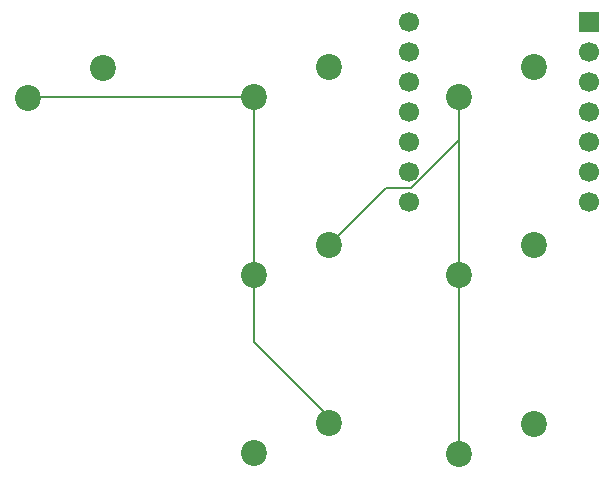
<source format=gbr>
%TF.GenerationSoftware,KiCad,Pcbnew,8.0.5*%
%TF.CreationDate,2024-10-19T20:03:01-04:00*%
%TF.ProjectId,Hackclub,4861636b-636c-4756-922e-6b696361645f,rev?*%
%TF.SameCoordinates,Original*%
%TF.FileFunction,Copper,L1,Top*%
%TF.FilePolarity,Positive*%
%FSLAX46Y46*%
G04 Gerber Fmt 4.6, Leading zero omitted, Abs format (unit mm)*
G04 Created by KiCad (PCBNEW 8.0.5) date 2024-10-19 20:03:01*
%MOMM*%
%LPD*%
G01*
G04 APERTURE LIST*
%TA.AperFunction,ComponentPad*%
%ADD10C,2.200000*%
%TD*%
%TA.AperFunction,ComponentPad*%
%ADD11C,1.700000*%
%TD*%
%TA.AperFunction,ComponentPad*%
%ADD12R,1.700000X1.700000*%
%TD*%
%TA.AperFunction,Conductor*%
%ADD13C,0.200000*%
%TD*%
G04 APERTURE END LIST*
D10*
%TO.P,SW7,1,1*%
%TO.N,Net-(SW4-Pad2)*%
X116000000Y-89000000D03*
%TO.P,SW7,2,2*%
%TO.N,unconnected-(SW7-Pad2)*%
X109650000Y-91540000D03*
%TD*%
%TO.P,SW6,1,1*%
%TO.N,Net-(U1-PA8_A4_D4_SDA)*%
X116000000Y-73910000D03*
%TO.P,SW6,2,2*%
%TO.N,Net-(SW4-Pad2)*%
X109650000Y-76450000D03*
%TD*%
%TO.P,SW5,1,1*%
%TO.N,Net-(U1-PA9_A5_D5_SCL)*%
X116000000Y-58820000D03*
%TO.P,SW5,2,2*%
%TO.N,Net-(SW4-Pad2)*%
X109650000Y-61360000D03*
%TD*%
%TO.P,SW4,1,1*%
%TO.N,Net-(U1-PA8_A4_D4_SDA)*%
X96850000Y-58960000D03*
%TO.P,SW4,2,2*%
%TO.N,Net-(SW4-Pad2)*%
X90500000Y-61500000D03*
%TD*%
%TO.P,SW1,1,1*%
%TO.N,Net-(U1-PA6_A10_D10_MOSI)*%
X133366000Y-58857470D03*
%TO.P,SW1,2,2*%
%TO.N,Net-(U1-PA8_A4_D4_SDA)*%
X127016000Y-61397470D03*
%TD*%
%TO.P,SW3,1,1*%
%TO.N,Net-(U1-PA7_A8_D8_SCK)*%
X133366000Y-89037470D03*
%TO.P,SW3,2,2*%
%TO.N,Net-(U1-PA8_A4_D4_SDA)*%
X127016000Y-91577470D03*
%TD*%
%TO.P,SW2,1,1*%
%TO.N,Net-(U1-PA5_A9_D9_MISO)*%
X133366000Y-73947470D03*
%TO.P,SW2,2,2*%
%TO.N,Net-(U1-PA8_A4_D4_SDA)*%
X127016000Y-76487470D03*
%TD*%
D11*
%TO.P,U1,14,5V*%
%TO.N,unconnected-(U1-5V-Pad14)*%
X122750000Y-55000000D03*
%TO.P,U1,13,GND*%
%TO.N,GND*%
X122750000Y-57540000D03*
%TO.P,U1,12,3V3*%
%TO.N,unconnected-(U1-3V3-Pad12)*%
X122750000Y-60080000D03*
%TO.P,U1,11,PA6_A10_D10_MOSI*%
%TO.N,Net-(U1-PA6_A10_D10_MOSI)*%
X122750000Y-62620000D03*
%TO.P,U1,10,PA5_A9_D9_MISO*%
%TO.N,Net-(U1-PA5_A9_D9_MISO)*%
X122750000Y-65160000D03*
%TO.P,U1,9,PA7_A8_D8_SCK*%
%TO.N,Net-(U1-PA7_A8_D8_SCK)*%
X122750000Y-67700000D03*
%TO.P,U1,8,PB09_A7_D7_RX*%
%TO.N,unconnected-(U1-PB09_A7_D7_RX-Pad8)*%
X122750000Y-70240000D03*
%TO.P,U1,7,PB08_A6_D6_TX*%
%TO.N,Net-(U1-PA8_A4_D4_SDA)*%
X138000000Y-70240000D03*
%TO.P,U1,6,PA9_A5_D5_SCL*%
%TO.N,Net-(U1-PA9_A5_D5_SCL)*%
X138000000Y-67700000D03*
%TO.P,U1,5,PA8_A4_D4_SDA*%
%TO.N,Net-(U1-PA8_A4_D4_SDA)*%
X138000000Y-65160000D03*
%TO.P,U1,4,PA11_A3_D3*%
%TO.N,unconnected-(U1-PA11_A3_D3-Pad4)*%
X138000000Y-62620000D03*
%TO.P,U1,3,PA10_A2_D2*%
%TO.N,unconnected-(U1-PA10_A2_D2-Pad3)*%
X138000000Y-60080000D03*
%TO.P,U1,2,PA4_A1_D1*%
%TO.N,unconnected-(U1-PA4_A1_D1-Pad2)*%
X138000000Y-57540000D03*
D12*
%TO.P,U1,1,PA02_A0_D0*%
%TO.N,unconnected-(U1-PA02_A0_D0-Pad1)*%
X138000000Y-55000000D03*
%TD*%
D13*
%TO.N,Net-(U1-PA8_A4_D4_SDA)*%
X116000000Y-73910000D02*
X120820000Y-69090000D01*
X120820000Y-69090000D02*
X122986346Y-69090000D01*
X122986346Y-69090000D02*
X127016000Y-65060346D01*
X127016000Y-65060346D02*
X127016000Y-61397470D01*
%TO.N,Net-(SW4-Pad2)*%
X109650000Y-61360000D02*
X90640000Y-61360000D01*
X90640000Y-61360000D02*
X90500000Y-61500000D01*
X109650000Y-76450000D02*
X109650000Y-61360000D01*
X116000000Y-89000000D02*
X116000000Y-88500000D01*
X116000000Y-88500000D02*
X109650000Y-82150000D01*
X109650000Y-82150000D02*
X109650000Y-76450000D01*
%TO.N,Net-(U1-PA8_A4_D4_SDA)*%
X127016000Y-91577470D02*
X127016000Y-61397470D01*
%TD*%
M02*

</source>
